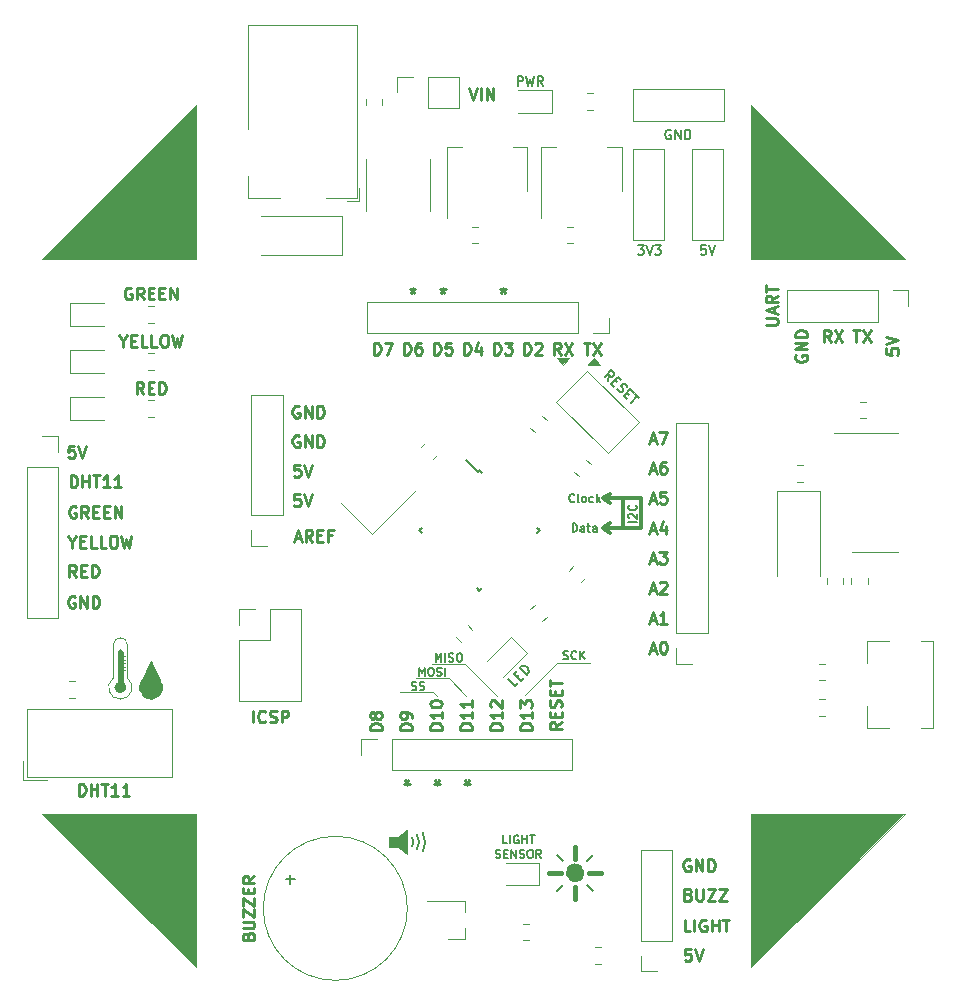
<source format=gbr>
%TF.GenerationSoftware,KiCad,Pcbnew,(5.1.6)-1*%
%TF.CreationDate,2020-10-25T22:56:54+03:00*%
%TF.ProjectId,modular-development-board,6d6f6475-6c61-4722-9d64-6576656c6f70,rev?*%
%TF.SameCoordinates,Original*%
%TF.FileFunction,Legend,Top*%
%TF.FilePolarity,Positive*%
%FSLAX46Y46*%
G04 Gerber Fmt 4.6, Leading zero omitted, Abs format (unit mm)*
G04 Created by KiCad (PCBNEW (5.1.6)-1) date 2020-10-25 22:56:54*
%MOMM*%
%LPD*%
G01*
G04 APERTURE LIST*
%ADD10C,0.100000*%
%ADD11C,1.300000*%
%ADD12C,0.120000*%
%ADD13C,0.200000*%
%ADD14C,0.600000*%
%ADD15C,0.400000*%
%ADD16C,1.000000*%
%ADD17C,0.175000*%
%ADD18C,0.300000*%
%ADD19C,0.250000*%
%ADD20C,0.150000*%
G04 APERTURE END LIST*
D10*
G36*
X44000000Y-88675000D02*
G01*
X42400000Y-88675000D01*
X43200000Y-87100000D01*
X44000000Y-88675000D01*
G37*
X44000000Y-88675000D02*
X42400000Y-88675000D01*
X43200000Y-87100000D01*
X44000000Y-88675000D01*
D11*
X43612311Y-89300000D02*
G75*
G03*
X43612311Y-89300000I-412311J0D01*
G01*
D12*
X40850000Y-86650000D02*
X41000000Y-86650000D01*
X40850000Y-87850000D02*
X41000000Y-87850000D01*
X40850000Y-87550000D02*
X41000000Y-87550000D01*
X40850000Y-87250000D02*
X41000000Y-87250000D01*
X40850000Y-86950000D02*
X41000000Y-86950000D01*
D13*
X40750000Y-86300000D02*
G75*
G03*
X40750000Y-86300000I-150000J0D01*
G01*
D10*
G36*
X40800000Y-88900000D02*
G01*
X40400000Y-88900000D01*
X40400000Y-86300000D01*
X40800000Y-86300000D01*
X40800000Y-88900000D01*
G37*
X40800000Y-88900000D02*
X40400000Y-88900000D01*
X40400000Y-86300000D01*
X40800000Y-86300000D01*
X40800000Y-88900000D01*
D14*
X40800000Y-89300000D02*
G75*
G03*
X40800000Y-89300000I-200000J0D01*
G01*
D12*
X41199999Y-88500000D02*
G75*
G02*
X40000000Y-88500001I-599999J-800000D01*
G01*
X41200000Y-85700000D02*
X41199999Y-88500000D01*
X40000000Y-85700000D02*
X40000000Y-88500001D01*
X40000000Y-85700000D02*
G75*
G02*
X41200000Y-85700000I600000J0D01*
G01*
D13*
X77600000Y-103500000D02*
X78100000Y-104000000D01*
X77600000Y-106500000D02*
X78100000Y-106000000D01*
X80600000Y-106500000D02*
X80100000Y-106000000D01*
X80100000Y-104000000D02*
X80600000Y-103500000D01*
D15*
X79100000Y-106200000D02*
X79100000Y-107200000D01*
X77900000Y-105000000D02*
X76900000Y-105000000D01*
X81300000Y-105000000D02*
X80300000Y-105000000D01*
X79100000Y-103800000D02*
X79100000Y-102800000D01*
D16*
X79400000Y-105000000D02*
G75*
G03*
X79400000Y-105000000I-300000J0D01*
G01*
D13*
X66199856Y-101599752D02*
G75*
G02*
X66200000Y-103200000I-1399855J-800250D01*
G01*
X65700417Y-101800556D02*
G75*
G02*
X65700000Y-103000000I-800417J-599444D01*
G01*
X65300210Y-102000420D02*
G75*
G02*
X65300000Y-102800000I-800210J-399580D01*
G01*
D10*
G36*
X64900000Y-103400000D02*
G01*
X64100000Y-102800000D01*
X63350000Y-102800000D01*
X63350000Y-102000000D01*
X64100000Y-102000000D01*
X64900000Y-101400000D01*
X64900000Y-103400000D01*
G37*
X64900000Y-103400000D02*
X64100000Y-102800000D01*
X63350000Y-102800000D01*
X63350000Y-102000000D01*
X64100000Y-102000000D01*
X64900000Y-101400000D01*
X64900000Y-103400000D01*
D13*
X74233333Y-38361904D02*
X74233333Y-37561904D01*
X74538095Y-37561904D01*
X74614285Y-37600000D01*
X74652380Y-37638095D01*
X74690476Y-37714285D01*
X74690476Y-37828571D01*
X74652380Y-37904761D01*
X74614285Y-37942857D01*
X74538095Y-37980952D01*
X74233333Y-37980952D01*
X74957142Y-37561904D02*
X75147619Y-38361904D01*
X75300000Y-37790476D01*
X75452380Y-38361904D01*
X75642857Y-37561904D01*
X76404761Y-38361904D02*
X76138095Y-37980952D01*
X75947619Y-38361904D02*
X75947619Y-37561904D01*
X76252380Y-37561904D01*
X76328571Y-37600000D01*
X76366666Y-37638095D01*
X76404761Y-37714285D01*
X76404761Y-37828571D01*
X76366666Y-37904761D01*
X76328571Y-37942857D01*
X76252380Y-37980952D01*
X75947619Y-37980952D01*
D17*
X78100000Y-86883333D02*
X78200000Y-86916666D01*
X78366666Y-86916666D01*
X78433333Y-86883333D01*
X78466666Y-86850000D01*
X78500000Y-86783333D01*
X78500000Y-86716666D01*
X78466666Y-86650000D01*
X78433333Y-86616666D01*
X78366666Y-86583333D01*
X78233333Y-86550000D01*
X78166666Y-86516666D01*
X78133333Y-86483333D01*
X78100000Y-86416666D01*
X78100000Y-86350000D01*
X78133333Y-86283333D01*
X78166666Y-86250000D01*
X78233333Y-86216666D01*
X78400000Y-86216666D01*
X78500000Y-86250000D01*
X79200000Y-86850000D02*
X79166666Y-86883333D01*
X79066666Y-86916666D01*
X79000000Y-86916666D01*
X78900000Y-86883333D01*
X78833333Y-86816666D01*
X78800000Y-86750000D01*
X78766666Y-86616666D01*
X78766666Y-86516666D01*
X78800000Y-86383333D01*
X78833333Y-86316666D01*
X78900000Y-86250000D01*
X79000000Y-86216666D01*
X79066666Y-86216666D01*
X79166666Y-86250000D01*
X79200000Y-86283333D01*
X79500000Y-86916666D02*
X79500000Y-86216666D01*
X79900000Y-86916666D02*
X79600000Y-86516666D01*
X79900000Y-86216666D02*
X79500000Y-86616666D01*
D12*
X80400000Y-87200000D02*
X77600000Y-87200000D01*
X77600000Y-87200000D02*
X74900000Y-89900000D01*
D18*
X82100000Y-75400000D02*
X81500000Y-75800000D01*
X82100000Y-76200000D02*
X81500000Y-75800000D01*
X82100000Y-73700000D02*
X81500000Y-73300000D01*
X82100000Y-72900000D02*
X81500000Y-73300000D01*
X84700000Y-75800000D02*
X84700000Y-73300000D01*
D17*
X78883333Y-76116666D02*
X78883333Y-75416666D01*
X79050000Y-75416666D01*
X79150000Y-75450000D01*
X79216666Y-75516666D01*
X79250000Y-75583333D01*
X79283333Y-75716666D01*
X79283333Y-75816666D01*
X79250000Y-75950000D01*
X79216666Y-76016666D01*
X79150000Y-76083333D01*
X79050000Y-76116666D01*
X78883333Y-76116666D01*
X79883333Y-76116666D02*
X79883333Y-75750000D01*
X79850000Y-75683333D01*
X79783333Y-75650000D01*
X79650000Y-75650000D01*
X79583333Y-75683333D01*
X79883333Y-76083333D02*
X79816666Y-76116666D01*
X79650000Y-76116666D01*
X79583333Y-76083333D01*
X79550000Y-76016666D01*
X79550000Y-75950000D01*
X79583333Y-75883333D01*
X79650000Y-75850000D01*
X79816666Y-75850000D01*
X79883333Y-75816666D01*
X80116666Y-75650000D02*
X80383333Y-75650000D01*
X80216666Y-75416666D02*
X80216666Y-76016666D01*
X80250000Y-76083333D01*
X80316666Y-76116666D01*
X80383333Y-76116666D01*
X80916666Y-76116666D02*
X80916666Y-75750000D01*
X80883333Y-75683333D01*
X80816666Y-75650000D01*
X80683333Y-75650000D01*
X80616666Y-75683333D01*
X80916666Y-76083333D02*
X80850000Y-76116666D01*
X80683333Y-76116666D01*
X80616666Y-76083333D01*
X80583333Y-76016666D01*
X80583333Y-75950000D01*
X80616666Y-75883333D01*
X80683333Y-75850000D01*
X80850000Y-75850000D01*
X80916666Y-75816666D01*
X79033333Y-73550000D02*
X79000000Y-73583333D01*
X78900000Y-73616666D01*
X78833333Y-73616666D01*
X78733333Y-73583333D01*
X78666666Y-73516666D01*
X78633333Y-73450000D01*
X78600000Y-73316666D01*
X78600000Y-73216666D01*
X78633333Y-73083333D01*
X78666666Y-73016666D01*
X78733333Y-72950000D01*
X78833333Y-72916666D01*
X78900000Y-72916666D01*
X79000000Y-72950000D01*
X79033333Y-72983333D01*
X79433333Y-73616666D02*
X79366666Y-73583333D01*
X79333333Y-73516666D01*
X79333333Y-72916666D01*
X79800000Y-73616666D02*
X79733333Y-73583333D01*
X79700000Y-73550000D01*
X79666666Y-73483333D01*
X79666666Y-73283333D01*
X79700000Y-73216666D01*
X79733333Y-73183333D01*
X79800000Y-73150000D01*
X79900000Y-73150000D01*
X79966666Y-73183333D01*
X80000000Y-73216666D01*
X80033333Y-73283333D01*
X80033333Y-73483333D01*
X80000000Y-73550000D01*
X79966666Y-73583333D01*
X79900000Y-73616666D01*
X79800000Y-73616666D01*
X80633333Y-73583333D02*
X80566666Y-73616666D01*
X80433333Y-73616666D01*
X80366666Y-73583333D01*
X80333333Y-73550000D01*
X80300000Y-73483333D01*
X80300000Y-73283333D01*
X80333333Y-73216666D01*
X80366666Y-73183333D01*
X80433333Y-73150000D01*
X80566666Y-73150000D01*
X80633333Y-73183333D01*
X80933333Y-73616666D02*
X80933333Y-72916666D01*
X81000000Y-73350000D02*
X81200000Y-73616666D01*
X81200000Y-73150000D02*
X80933333Y-73416666D01*
X84316666Y-75283333D02*
X83616666Y-75283333D01*
X83683333Y-74983333D02*
X83650000Y-74950000D01*
X83616666Y-74883333D01*
X83616666Y-74716666D01*
X83650000Y-74650000D01*
X83683333Y-74616666D01*
X83750000Y-74583333D01*
X83816666Y-74583333D01*
X83916666Y-74616666D01*
X84316666Y-75016666D01*
X84316666Y-74583333D01*
X84250000Y-73883333D02*
X84283333Y-73916666D01*
X84316666Y-74016666D01*
X84316666Y-74083333D01*
X84283333Y-74183333D01*
X84216666Y-74250000D01*
X84150000Y-74283333D01*
X84016666Y-74316666D01*
X83916666Y-74316666D01*
X83783333Y-74283333D01*
X83716666Y-74250000D01*
X83650000Y-74183333D01*
X83616666Y-74083333D01*
X83616666Y-74016666D01*
X83650000Y-73916666D01*
X83683333Y-73883333D01*
D18*
X83200000Y-75800000D02*
X81500000Y-75800000D01*
X83200000Y-73300000D02*
X81500000Y-73300000D01*
X83200000Y-73300000D02*
X84700000Y-73300000D01*
X83200000Y-75800000D02*
X83200000Y-73300000D01*
X84700000Y-75800000D02*
X83200000Y-75800000D01*
D10*
G36*
X78100000Y-62000000D02*
G01*
X77600000Y-61400000D01*
X78600000Y-61400000D01*
X78100000Y-62000000D01*
G37*
X78100000Y-62000000D02*
X77600000Y-61400000D01*
X78600000Y-61400000D01*
X78100000Y-62000000D01*
G36*
X81200000Y-62000000D02*
G01*
X80200000Y-62000000D01*
X80700000Y-61400000D01*
X81200000Y-62000000D01*
G37*
X81200000Y-62000000D02*
X80200000Y-62000000D01*
X80700000Y-61400000D01*
X81200000Y-62000000D01*
D17*
X65266666Y-89483333D02*
X65366666Y-89516666D01*
X65533333Y-89516666D01*
X65600000Y-89483333D01*
X65633333Y-89450000D01*
X65666666Y-89383333D01*
X65666666Y-89316666D01*
X65633333Y-89250000D01*
X65600000Y-89216666D01*
X65533333Y-89183333D01*
X65400000Y-89150000D01*
X65333333Y-89116666D01*
X65300000Y-89083333D01*
X65266666Y-89016666D01*
X65266666Y-88950000D01*
X65300000Y-88883333D01*
X65333333Y-88850000D01*
X65400000Y-88816666D01*
X65566666Y-88816666D01*
X65666666Y-88850000D01*
X65933333Y-89483333D02*
X66033333Y-89516666D01*
X66200000Y-89516666D01*
X66266666Y-89483333D01*
X66300000Y-89450000D01*
X66333333Y-89383333D01*
X66333333Y-89316666D01*
X66300000Y-89250000D01*
X66266666Y-89216666D01*
X66200000Y-89183333D01*
X66066666Y-89150000D01*
X66000000Y-89116666D01*
X65966666Y-89083333D01*
X65933333Y-89016666D01*
X65933333Y-88950000D01*
X65966666Y-88883333D01*
X66000000Y-88850000D01*
X66066666Y-88816666D01*
X66233333Y-88816666D01*
X66333333Y-88850000D01*
X65900000Y-88316666D02*
X65900000Y-87616666D01*
X66133333Y-88116666D01*
X66366666Y-87616666D01*
X66366666Y-88316666D01*
X66833333Y-87616666D02*
X66966666Y-87616666D01*
X67033333Y-87650000D01*
X67100000Y-87716666D01*
X67133333Y-87850000D01*
X67133333Y-88083333D01*
X67100000Y-88216666D01*
X67033333Y-88283333D01*
X66966666Y-88316666D01*
X66833333Y-88316666D01*
X66766666Y-88283333D01*
X66700000Y-88216666D01*
X66666666Y-88083333D01*
X66666666Y-87850000D01*
X66700000Y-87716666D01*
X66766666Y-87650000D01*
X66833333Y-87616666D01*
X67400000Y-88283333D02*
X67500000Y-88316666D01*
X67666666Y-88316666D01*
X67733333Y-88283333D01*
X67766666Y-88250000D01*
X67800000Y-88183333D01*
X67800000Y-88116666D01*
X67766666Y-88050000D01*
X67733333Y-88016666D01*
X67666666Y-87983333D01*
X67533333Y-87950000D01*
X67466666Y-87916666D01*
X67433333Y-87883333D01*
X67400000Y-87816666D01*
X67400000Y-87750000D01*
X67433333Y-87683333D01*
X67466666Y-87650000D01*
X67533333Y-87616666D01*
X67700000Y-87616666D01*
X67800000Y-87650000D01*
X68100000Y-88316666D02*
X68100000Y-87616666D01*
X67300000Y-87116666D02*
X67300000Y-86416666D01*
X67533333Y-86916666D01*
X67766666Y-86416666D01*
X67766666Y-87116666D01*
X68100000Y-87116666D02*
X68100000Y-86416666D01*
X68400000Y-87083333D02*
X68500000Y-87116666D01*
X68666666Y-87116666D01*
X68733333Y-87083333D01*
X68766666Y-87050000D01*
X68800000Y-86983333D01*
X68800000Y-86916666D01*
X68766666Y-86850000D01*
X68733333Y-86816666D01*
X68666666Y-86783333D01*
X68533333Y-86750000D01*
X68466666Y-86716666D01*
X68433333Y-86683333D01*
X68400000Y-86616666D01*
X68400000Y-86550000D01*
X68433333Y-86483333D01*
X68466666Y-86450000D01*
X68533333Y-86416666D01*
X68700000Y-86416666D01*
X68800000Y-86450000D01*
X69233333Y-86416666D02*
X69366666Y-86416666D01*
X69433333Y-86450000D01*
X69500000Y-86516666D01*
X69533333Y-86650000D01*
X69533333Y-86883333D01*
X69500000Y-87016666D01*
X69433333Y-87083333D01*
X69366666Y-87116666D01*
X69233333Y-87116666D01*
X69166666Y-87083333D01*
X69100000Y-87016666D01*
X69066666Y-86883333D01*
X69066666Y-86650000D01*
X69100000Y-86516666D01*
X69166666Y-86450000D01*
X69233333Y-86416666D01*
D12*
X67100000Y-89700000D02*
X64300000Y-89700000D01*
X67400000Y-90000000D02*
X67100000Y-89700000D01*
X68400000Y-88500000D02*
X65600000Y-88500000D01*
X69900000Y-90000000D02*
X68400000Y-88500000D01*
X69800000Y-87300000D02*
X67000000Y-87300000D01*
X72500000Y-90000000D02*
X69800000Y-87300000D01*
D19*
X65350000Y-55452380D02*
X65350000Y-55690476D01*
X65111904Y-55595238D02*
X65350000Y-55690476D01*
X65588095Y-55595238D01*
X65207142Y-55880952D02*
X65350000Y-55690476D01*
X65492857Y-55880952D01*
X67900000Y-55452380D02*
X67900000Y-55690476D01*
X67661904Y-55595238D02*
X67900000Y-55690476D01*
X68138095Y-55595238D01*
X67757142Y-55880952D02*
X67900000Y-55690476D01*
X68042857Y-55880952D01*
X73000000Y-55452380D02*
X73000000Y-55690476D01*
X72761904Y-55595238D02*
X73000000Y-55690476D01*
X73238095Y-55595238D01*
X72857142Y-55880952D02*
X73000000Y-55690476D01*
X73142857Y-55880952D01*
X69950000Y-97597619D02*
X69950000Y-97359523D01*
X70188095Y-97454761D02*
X69950000Y-97359523D01*
X69711904Y-97454761D01*
X70092857Y-97169047D02*
X69950000Y-97359523D01*
X69807142Y-97169047D01*
X67400000Y-97597619D02*
X67400000Y-97359523D01*
X67638095Y-97454761D02*
X67400000Y-97359523D01*
X67161904Y-97454761D01*
X67542857Y-97169047D02*
X67400000Y-97359523D01*
X67257142Y-97169047D01*
X64850000Y-97597619D02*
X64850000Y-97359523D01*
X65088095Y-97454761D02*
X64850000Y-97359523D01*
X64611904Y-97454761D01*
X64992857Y-97169047D02*
X64850000Y-97359523D01*
X64707142Y-97169047D01*
X70126361Y-38568380D02*
X70459695Y-39568380D01*
X70793028Y-38568380D01*
X71126361Y-39568380D02*
X71126361Y-38568380D01*
X71602552Y-39568380D02*
X71602552Y-38568380D01*
X72173980Y-39568380D01*
X72173980Y-38568380D01*
D10*
G36*
X47000000Y-113000000D02*
G01*
X34000000Y-100000000D01*
X47000000Y-100000000D01*
X47000000Y-113000000D01*
G37*
X47000000Y-113000000D02*
X34000000Y-100000000D01*
X47000000Y-100000000D01*
X47000000Y-113000000D01*
G36*
X94000000Y-113000000D02*
G01*
X94000000Y-100000000D01*
X107000000Y-100000000D01*
X94000000Y-113000000D01*
G37*
X94000000Y-113000000D02*
X94000000Y-100000000D01*
X107000000Y-100000000D01*
X94000000Y-113000000D01*
G36*
X107000000Y-53000000D02*
G01*
X94000000Y-53000000D01*
X94000000Y-40000000D01*
X107000000Y-53000000D01*
G37*
X107000000Y-53000000D02*
X94000000Y-53000000D01*
X94000000Y-40000000D01*
X107000000Y-53000000D01*
G36*
X47000000Y-53000000D02*
G01*
X34000000Y-53000000D01*
X47000000Y-40000000D01*
X47000000Y-53000000D01*
G37*
X47000000Y-53000000D02*
X34000000Y-53000000D01*
X47000000Y-40000000D01*
X47000000Y-53000000D01*
D19*
X36380952Y-72352380D02*
X36380952Y-71352380D01*
X36619047Y-71352380D01*
X36761904Y-71400000D01*
X36857142Y-71495238D01*
X36904761Y-71590476D01*
X36952380Y-71780952D01*
X36952380Y-71923809D01*
X36904761Y-72114285D01*
X36857142Y-72209523D01*
X36761904Y-72304761D01*
X36619047Y-72352380D01*
X36380952Y-72352380D01*
X37380952Y-72352380D02*
X37380952Y-71352380D01*
X37380952Y-71828571D02*
X37952380Y-71828571D01*
X37952380Y-72352380D02*
X37952380Y-71352380D01*
X38285714Y-71352380D02*
X38857142Y-71352380D01*
X38571428Y-72352380D02*
X38571428Y-71352380D01*
X39714285Y-72352380D02*
X39142857Y-72352380D01*
X39428571Y-72352380D02*
X39428571Y-71352380D01*
X39333333Y-71495238D01*
X39238095Y-71590476D01*
X39142857Y-71638095D01*
X40666666Y-72352380D02*
X40095238Y-72352380D01*
X40380952Y-72352380D02*
X40380952Y-71352380D01*
X40285714Y-71495238D01*
X40190476Y-71590476D01*
X40095238Y-71638095D01*
X36833333Y-74000000D02*
X36738095Y-73952380D01*
X36595238Y-73952380D01*
X36452380Y-74000000D01*
X36357142Y-74095238D01*
X36309523Y-74190476D01*
X36261904Y-74380952D01*
X36261904Y-74523809D01*
X36309523Y-74714285D01*
X36357142Y-74809523D01*
X36452380Y-74904761D01*
X36595238Y-74952380D01*
X36690476Y-74952380D01*
X36833333Y-74904761D01*
X36880952Y-74857142D01*
X36880952Y-74523809D01*
X36690476Y-74523809D01*
X37880952Y-74952380D02*
X37547619Y-74476190D01*
X37309523Y-74952380D02*
X37309523Y-73952380D01*
X37690476Y-73952380D01*
X37785714Y-74000000D01*
X37833333Y-74047619D01*
X37880952Y-74142857D01*
X37880952Y-74285714D01*
X37833333Y-74380952D01*
X37785714Y-74428571D01*
X37690476Y-74476190D01*
X37309523Y-74476190D01*
X38309523Y-74428571D02*
X38642857Y-74428571D01*
X38785714Y-74952380D02*
X38309523Y-74952380D01*
X38309523Y-73952380D01*
X38785714Y-73952380D01*
X39214285Y-74428571D02*
X39547619Y-74428571D01*
X39690476Y-74952380D02*
X39214285Y-74952380D01*
X39214285Y-73952380D01*
X39690476Y-73952380D01*
X40119047Y-74952380D02*
X40119047Y-73952380D01*
X40690476Y-74952380D01*
X40690476Y-73952380D01*
X36542857Y-76976190D02*
X36542857Y-77452380D01*
X36209523Y-76452380D02*
X36542857Y-76976190D01*
X36876190Y-76452380D01*
X37209523Y-76928571D02*
X37542857Y-76928571D01*
X37685714Y-77452380D02*
X37209523Y-77452380D01*
X37209523Y-76452380D01*
X37685714Y-76452380D01*
X38590476Y-77452380D02*
X38114285Y-77452380D01*
X38114285Y-76452380D01*
X39400000Y-77452380D02*
X38923809Y-77452380D01*
X38923809Y-76452380D01*
X39923809Y-76452380D02*
X40114285Y-76452380D01*
X40209523Y-76500000D01*
X40304761Y-76595238D01*
X40352380Y-76785714D01*
X40352380Y-77119047D01*
X40304761Y-77309523D01*
X40209523Y-77404761D01*
X40114285Y-77452380D01*
X39923809Y-77452380D01*
X39828571Y-77404761D01*
X39733333Y-77309523D01*
X39685714Y-77119047D01*
X39685714Y-76785714D01*
X39733333Y-76595238D01*
X39828571Y-76500000D01*
X39923809Y-76452380D01*
X40685714Y-76452380D02*
X40923809Y-77452380D01*
X41114285Y-76738095D01*
X41304761Y-77452380D01*
X41542857Y-76452380D01*
X36857142Y-79952380D02*
X36523809Y-79476190D01*
X36285714Y-79952380D02*
X36285714Y-78952380D01*
X36666666Y-78952380D01*
X36761904Y-79000000D01*
X36809523Y-79047619D01*
X36857142Y-79142857D01*
X36857142Y-79285714D01*
X36809523Y-79380952D01*
X36761904Y-79428571D01*
X36666666Y-79476190D01*
X36285714Y-79476190D01*
X37285714Y-79428571D02*
X37619047Y-79428571D01*
X37761904Y-79952380D02*
X37285714Y-79952380D01*
X37285714Y-78952380D01*
X37761904Y-78952380D01*
X38190476Y-79952380D02*
X38190476Y-78952380D01*
X38428571Y-78952380D01*
X38571428Y-79000000D01*
X38666666Y-79095238D01*
X38714285Y-79190476D01*
X38761904Y-79380952D01*
X38761904Y-79523809D01*
X38714285Y-79714285D01*
X38666666Y-79809523D01*
X38571428Y-79904761D01*
X38428571Y-79952380D01*
X38190476Y-79952380D01*
X36738095Y-81600000D02*
X36642857Y-81552380D01*
X36500000Y-81552380D01*
X36357142Y-81600000D01*
X36261904Y-81695238D01*
X36214285Y-81790476D01*
X36166666Y-81980952D01*
X36166666Y-82123809D01*
X36214285Y-82314285D01*
X36261904Y-82409523D01*
X36357142Y-82504761D01*
X36500000Y-82552380D01*
X36595238Y-82552380D01*
X36738095Y-82504761D01*
X36785714Y-82457142D01*
X36785714Y-82123809D01*
X36595238Y-82123809D01*
X37214285Y-82552380D02*
X37214285Y-81552380D01*
X37785714Y-82552380D01*
X37785714Y-81552380D01*
X38261904Y-82552380D02*
X38261904Y-81552380D01*
X38500000Y-81552380D01*
X38642857Y-81600000D01*
X38738095Y-81695238D01*
X38785714Y-81790476D01*
X38833333Y-81980952D01*
X38833333Y-82123809D01*
X38785714Y-82314285D01*
X38738095Y-82409523D01*
X38642857Y-82504761D01*
X38500000Y-82552380D01*
X38261904Y-82552380D01*
X36709523Y-68852380D02*
X36233333Y-68852380D01*
X36185714Y-69328571D01*
X36233333Y-69280952D01*
X36328571Y-69233333D01*
X36566666Y-69233333D01*
X36661904Y-69280952D01*
X36709523Y-69328571D01*
X36757142Y-69423809D01*
X36757142Y-69661904D01*
X36709523Y-69757142D01*
X36661904Y-69804761D01*
X36566666Y-69852380D01*
X36328571Y-69852380D01*
X36233333Y-69804761D01*
X36185714Y-69757142D01*
X37042857Y-68852380D02*
X37376190Y-69852380D01*
X37709523Y-68852380D01*
X88909523Y-111452380D02*
X88433333Y-111452380D01*
X88385714Y-111928571D01*
X88433333Y-111880952D01*
X88528571Y-111833333D01*
X88766666Y-111833333D01*
X88861904Y-111880952D01*
X88909523Y-111928571D01*
X88957142Y-112023809D01*
X88957142Y-112261904D01*
X88909523Y-112357142D01*
X88861904Y-112404761D01*
X88766666Y-112452380D01*
X88528571Y-112452380D01*
X88433333Y-112404761D01*
X88385714Y-112357142D01*
X89242857Y-111452380D02*
X89576190Y-112452380D01*
X89909523Y-111452380D01*
X88866666Y-109952380D02*
X88390476Y-109952380D01*
X88390476Y-108952380D01*
X89200000Y-109952380D02*
X89200000Y-108952380D01*
X90200000Y-109000000D02*
X90104761Y-108952380D01*
X89961904Y-108952380D01*
X89819047Y-109000000D01*
X89723809Y-109095238D01*
X89676190Y-109190476D01*
X89628571Y-109380952D01*
X89628571Y-109523809D01*
X89676190Y-109714285D01*
X89723809Y-109809523D01*
X89819047Y-109904761D01*
X89961904Y-109952380D01*
X90057142Y-109952380D01*
X90200000Y-109904761D01*
X90247619Y-109857142D01*
X90247619Y-109523809D01*
X90057142Y-109523809D01*
X90676190Y-109952380D02*
X90676190Y-108952380D01*
X90676190Y-109428571D02*
X91247619Y-109428571D01*
X91247619Y-109952380D02*
X91247619Y-108952380D01*
X91580952Y-108952380D02*
X92152380Y-108952380D01*
X91866666Y-109952380D02*
X91866666Y-108952380D01*
X88695238Y-106828571D02*
X88838095Y-106876190D01*
X88885714Y-106923809D01*
X88933333Y-107019047D01*
X88933333Y-107161904D01*
X88885714Y-107257142D01*
X88838095Y-107304761D01*
X88742857Y-107352380D01*
X88361904Y-107352380D01*
X88361904Y-106352380D01*
X88695238Y-106352380D01*
X88790476Y-106400000D01*
X88838095Y-106447619D01*
X88885714Y-106542857D01*
X88885714Y-106638095D01*
X88838095Y-106733333D01*
X88790476Y-106780952D01*
X88695238Y-106828571D01*
X88361904Y-106828571D01*
X89361904Y-106352380D02*
X89361904Y-107161904D01*
X89409523Y-107257142D01*
X89457142Y-107304761D01*
X89552380Y-107352380D01*
X89742857Y-107352380D01*
X89838095Y-107304761D01*
X89885714Y-107257142D01*
X89933333Y-107161904D01*
X89933333Y-106352380D01*
X90314285Y-106352380D02*
X90980952Y-106352380D01*
X90314285Y-107352380D01*
X90980952Y-107352380D01*
X91266666Y-106352380D02*
X91933333Y-106352380D01*
X91266666Y-107352380D01*
X91933333Y-107352380D01*
X88838095Y-103900000D02*
X88742857Y-103852380D01*
X88600000Y-103852380D01*
X88457142Y-103900000D01*
X88361904Y-103995238D01*
X88314285Y-104090476D01*
X88266666Y-104280952D01*
X88266666Y-104423809D01*
X88314285Y-104614285D01*
X88361904Y-104709523D01*
X88457142Y-104804761D01*
X88600000Y-104852380D01*
X88695238Y-104852380D01*
X88838095Y-104804761D01*
X88885714Y-104757142D01*
X88885714Y-104423809D01*
X88695238Y-104423809D01*
X89314285Y-104852380D02*
X89314285Y-103852380D01*
X89885714Y-104852380D01*
X89885714Y-103852380D01*
X90361904Y-104852380D02*
X90361904Y-103852380D01*
X90600000Y-103852380D01*
X90742857Y-103900000D01*
X90838095Y-103995238D01*
X90885714Y-104090476D01*
X90933333Y-104280952D01*
X90933333Y-104423809D01*
X90885714Y-104614285D01*
X90838095Y-104709523D01*
X90742857Y-104804761D01*
X90600000Y-104852380D01*
X90361904Y-104852380D01*
D17*
X73366666Y-102504166D02*
X73033333Y-102504166D01*
X73033333Y-101804166D01*
X73600000Y-102504166D02*
X73600000Y-101804166D01*
X74300000Y-101837500D02*
X74233333Y-101804166D01*
X74133333Y-101804166D01*
X74033333Y-101837500D01*
X73966666Y-101904166D01*
X73933333Y-101970833D01*
X73900000Y-102104166D01*
X73900000Y-102204166D01*
X73933333Y-102337500D01*
X73966666Y-102404166D01*
X74033333Y-102470833D01*
X74133333Y-102504166D01*
X74200000Y-102504166D01*
X74300000Y-102470833D01*
X74333333Y-102437500D01*
X74333333Y-102204166D01*
X74200000Y-102204166D01*
X74633333Y-102504166D02*
X74633333Y-101804166D01*
X74633333Y-102137500D02*
X75033333Y-102137500D01*
X75033333Y-102504166D02*
X75033333Y-101804166D01*
X75266666Y-101804166D02*
X75666666Y-101804166D01*
X75466666Y-102504166D02*
X75466666Y-101804166D01*
X72366666Y-103695833D02*
X72466666Y-103729166D01*
X72633333Y-103729166D01*
X72700000Y-103695833D01*
X72733333Y-103662500D01*
X72766666Y-103595833D01*
X72766666Y-103529166D01*
X72733333Y-103462500D01*
X72700000Y-103429166D01*
X72633333Y-103395833D01*
X72500000Y-103362500D01*
X72433333Y-103329166D01*
X72400000Y-103295833D01*
X72366666Y-103229166D01*
X72366666Y-103162500D01*
X72400000Y-103095833D01*
X72433333Y-103062500D01*
X72500000Y-103029166D01*
X72666666Y-103029166D01*
X72766666Y-103062500D01*
X73066666Y-103362500D02*
X73300000Y-103362500D01*
X73400000Y-103729166D02*
X73066666Y-103729166D01*
X73066666Y-103029166D01*
X73400000Y-103029166D01*
X73700000Y-103729166D02*
X73700000Y-103029166D01*
X74100000Y-103729166D01*
X74100000Y-103029166D01*
X74400000Y-103695833D02*
X74500000Y-103729166D01*
X74666666Y-103729166D01*
X74733333Y-103695833D01*
X74766666Y-103662500D01*
X74800000Y-103595833D01*
X74800000Y-103529166D01*
X74766666Y-103462500D01*
X74733333Y-103429166D01*
X74666666Y-103395833D01*
X74533333Y-103362500D01*
X74466666Y-103329166D01*
X74433333Y-103295833D01*
X74400000Y-103229166D01*
X74400000Y-103162500D01*
X74433333Y-103095833D01*
X74466666Y-103062500D01*
X74533333Y-103029166D01*
X74700000Y-103029166D01*
X74800000Y-103062500D01*
X75233333Y-103029166D02*
X75366666Y-103029166D01*
X75433333Y-103062500D01*
X75500000Y-103129166D01*
X75533333Y-103262500D01*
X75533333Y-103495833D01*
X75500000Y-103629166D01*
X75433333Y-103695833D01*
X75366666Y-103729166D01*
X75233333Y-103729166D01*
X75166666Y-103695833D01*
X75100000Y-103629166D01*
X75066666Y-103495833D01*
X75066666Y-103262500D01*
X75100000Y-103129166D01*
X75166666Y-103062500D01*
X75233333Y-103029166D01*
X76233333Y-103729166D02*
X76000000Y-103395833D01*
X75833333Y-103729166D02*
X75833333Y-103029166D01*
X76100000Y-103029166D01*
X76166666Y-103062500D01*
X76200000Y-103095833D01*
X76233333Y-103162500D01*
X76233333Y-103262500D01*
X76200000Y-103329166D01*
X76166666Y-103362500D01*
X76100000Y-103395833D01*
X75833333Y-103395833D01*
D19*
X51428571Y-110357142D02*
X51476190Y-110214285D01*
X51523809Y-110166666D01*
X51619047Y-110119047D01*
X51761904Y-110119047D01*
X51857142Y-110166666D01*
X51904761Y-110214285D01*
X51952380Y-110309523D01*
X51952380Y-110690476D01*
X50952380Y-110690476D01*
X50952380Y-110357142D01*
X51000000Y-110261904D01*
X51047619Y-110214285D01*
X51142857Y-110166666D01*
X51238095Y-110166666D01*
X51333333Y-110214285D01*
X51380952Y-110261904D01*
X51428571Y-110357142D01*
X51428571Y-110690476D01*
X50952380Y-109690476D02*
X51761904Y-109690476D01*
X51857142Y-109642857D01*
X51904761Y-109595238D01*
X51952380Y-109500000D01*
X51952380Y-109309523D01*
X51904761Y-109214285D01*
X51857142Y-109166666D01*
X51761904Y-109119047D01*
X50952380Y-109119047D01*
X50952380Y-108738095D02*
X50952380Y-108071428D01*
X51952380Y-108738095D01*
X51952380Y-108071428D01*
X50952380Y-107785714D02*
X50952380Y-107119047D01*
X51952380Y-107785714D01*
X51952380Y-107119047D01*
X51428571Y-106738095D02*
X51428571Y-106404761D01*
X51952380Y-106261904D02*
X51952380Y-106738095D01*
X50952380Y-106738095D01*
X50952380Y-106261904D01*
X51952380Y-105261904D02*
X51476190Y-105595238D01*
X51952380Y-105833333D02*
X50952380Y-105833333D01*
X50952380Y-105452380D01*
X51000000Y-105357142D01*
X51047619Y-105309523D01*
X51142857Y-105261904D01*
X51285714Y-105261904D01*
X51380952Y-105309523D01*
X51428571Y-105357142D01*
X51476190Y-105452380D01*
X51476190Y-105833333D01*
X51823809Y-92252380D02*
X51823809Y-91252380D01*
X52871428Y-92157142D02*
X52823809Y-92204761D01*
X52680952Y-92252380D01*
X52585714Y-92252380D01*
X52442857Y-92204761D01*
X52347619Y-92109523D01*
X52300000Y-92014285D01*
X52252380Y-91823809D01*
X52252380Y-91680952D01*
X52300000Y-91490476D01*
X52347619Y-91395238D01*
X52442857Y-91300000D01*
X52585714Y-91252380D01*
X52680952Y-91252380D01*
X52823809Y-91300000D01*
X52871428Y-91347619D01*
X53252380Y-92204761D02*
X53395238Y-92252380D01*
X53633333Y-92252380D01*
X53728571Y-92204761D01*
X53776190Y-92157142D01*
X53823809Y-92061904D01*
X53823809Y-91966666D01*
X53776190Y-91871428D01*
X53728571Y-91823809D01*
X53633333Y-91776190D01*
X53442857Y-91728571D01*
X53347619Y-91680952D01*
X53300000Y-91633333D01*
X53252380Y-91538095D01*
X53252380Y-91442857D01*
X53300000Y-91347619D01*
X53347619Y-91300000D01*
X53442857Y-91252380D01*
X53680952Y-91252380D01*
X53823809Y-91300000D01*
X54252380Y-92252380D02*
X54252380Y-91252380D01*
X54633333Y-91252380D01*
X54728571Y-91300000D01*
X54776190Y-91347619D01*
X54823809Y-91442857D01*
X54823809Y-91585714D01*
X54776190Y-91680952D01*
X54728571Y-91728571D01*
X54633333Y-91776190D01*
X54252380Y-91776190D01*
X77952380Y-92252380D02*
X77476190Y-92585714D01*
X77952380Y-92823809D02*
X76952380Y-92823809D01*
X76952380Y-92442857D01*
X77000000Y-92347619D01*
X77047619Y-92300000D01*
X77142857Y-92252380D01*
X77285714Y-92252380D01*
X77380952Y-92300000D01*
X77428571Y-92347619D01*
X77476190Y-92442857D01*
X77476190Y-92823809D01*
X77428571Y-91823809D02*
X77428571Y-91490476D01*
X77952380Y-91347619D02*
X77952380Y-91823809D01*
X76952380Y-91823809D01*
X76952380Y-91347619D01*
X77904761Y-90966666D02*
X77952380Y-90823809D01*
X77952380Y-90585714D01*
X77904761Y-90490476D01*
X77857142Y-90442857D01*
X77761904Y-90395238D01*
X77666666Y-90395238D01*
X77571428Y-90442857D01*
X77523809Y-90490476D01*
X77476190Y-90585714D01*
X77428571Y-90776190D01*
X77380952Y-90871428D01*
X77333333Y-90919047D01*
X77238095Y-90966666D01*
X77142857Y-90966666D01*
X77047619Y-90919047D01*
X77000000Y-90871428D01*
X76952380Y-90776190D01*
X76952380Y-90538095D01*
X77000000Y-90395238D01*
X77428571Y-89966666D02*
X77428571Y-89633333D01*
X77952380Y-89490476D02*
X77952380Y-89966666D01*
X76952380Y-89966666D01*
X76952380Y-89490476D01*
X76952380Y-89204761D02*
X76952380Y-88633333D01*
X77952380Y-88919047D02*
X76952380Y-88919047D01*
X65292380Y-92898095D02*
X64292380Y-92898095D01*
X64292380Y-92660000D01*
X64340000Y-92517142D01*
X64435238Y-92421904D01*
X64530476Y-92374285D01*
X64720952Y-92326666D01*
X64863809Y-92326666D01*
X65054285Y-92374285D01*
X65149523Y-92421904D01*
X65244761Y-92517142D01*
X65292380Y-92660000D01*
X65292380Y-92898095D01*
X65292380Y-91850476D02*
X65292380Y-91660000D01*
X65244761Y-91564761D01*
X65197142Y-91517142D01*
X65054285Y-91421904D01*
X64863809Y-91374285D01*
X64482857Y-91374285D01*
X64387619Y-91421904D01*
X64340000Y-91469523D01*
X64292380Y-91564761D01*
X64292380Y-91755238D01*
X64340000Y-91850476D01*
X64387619Y-91898095D01*
X64482857Y-91945714D01*
X64720952Y-91945714D01*
X64816190Y-91898095D01*
X64863809Y-91850476D01*
X64911428Y-91755238D01*
X64911428Y-91564761D01*
X64863809Y-91469523D01*
X64816190Y-91421904D01*
X64720952Y-91374285D01*
X62752380Y-92898095D02*
X61752380Y-92898095D01*
X61752380Y-92660000D01*
X61800000Y-92517142D01*
X61895238Y-92421904D01*
X61990476Y-92374285D01*
X62180952Y-92326666D01*
X62323809Y-92326666D01*
X62514285Y-92374285D01*
X62609523Y-92421904D01*
X62704761Y-92517142D01*
X62752380Y-92660000D01*
X62752380Y-92898095D01*
X62180952Y-91755238D02*
X62133333Y-91850476D01*
X62085714Y-91898095D01*
X61990476Y-91945714D01*
X61942857Y-91945714D01*
X61847619Y-91898095D01*
X61800000Y-91850476D01*
X61752380Y-91755238D01*
X61752380Y-91564761D01*
X61800000Y-91469523D01*
X61847619Y-91421904D01*
X61942857Y-91374285D01*
X61990476Y-91374285D01*
X62085714Y-91421904D01*
X62133333Y-91469523D01*
X62180952Y-91564761D01*
X62180952Y-91755238D01*
X62228571Y-91850476D01*
X62276190Y-91898095D01*
X62371428Y-91945714D01*
X62561904Y-91945714D01*
X62657142Y-91898095D01*
X62704761Y-91850476D01*
X62752380Y-91755238D01*
X62752380Y-91564761D01*
X62704761Y-91469523D01*
X62657142Y-91421904D01*
X62561904Y-91374285D01*
X62371428Y-91374285D01*
X62276190Y-91421904D01*
X62228571Y-91469523D01*
X62180952Y-91564761D01*
X75452380Y-92874285D02*
X74452380Y-92874285D01*
X74452380Y-92636190D01*
X74500000Y-92493333D01*
X74595238Y-92398095D01*
X74690476Y-92350476D01*
X74880952Y-92302857D01*
X75023809Y-92302857D01*
X75214285Y-92350476D01*
X75309523Y-92398095D01*
X75404761Y-92493333D01*
X75452380Y-92636190D01*
X75452380Y-92874285D01*
X75452380Y-91350476D02*
X75452380Y-91921904D01*
X75452380Y-91636190D02*
X74452380Y-91636190D01*
X74595238Y-91731428D01*
X74690476Y-91826666D01*
X74738095Y-91921904D01*
X74452380Y-91017142D02*
X74452380Y-90398095D01*
X74833333Y-90731428D01*
X74833333Y-90588571D01*
X74880952Y-90493333D01*
X74928571Y-90445714D01*
X75023809Y-90398095D01*
X75261904Y-90398095D01*
X75357142Y-90445714D01*
X75404761Y-90493333D01*
X75452380Y-90588571D01*
X75452380Y-90874285D01*
X75404761Y-90969523D01*
X75357142Y-91017142D01*
X67832380Y-92874285D02*
X66832380Y-92874285D01*
X66832380Y-92636190D01*
X66880000Y-92493333D01*
X66975238Y-92398095D01*
X67070476Y-92350476D01*
X67260952Y-92302857D01*
X67403809Y-92302857D01*
X67594285Y-92350476D01*
X67689523Y-92398095D01*
X67784761Y-92493333D01*
X67832380Y-92636190D01*
X67832380Y-92874285D01*
X67832380Y-91350476D02*
X67832380Y-91921904D01*
X67832380Y-91636190D02*
X66832380Y-91636190D01*
X66975238Y-91731428D01*
X67070476Y-91826666D01*
X67118095Y-91921904D01*
X66832380Y-90731428D02*
X66832380Y-90636190D01*
X66880000Y-90540952D01*
X66927619Y-90493333D01*
X67022857Y-90445714D01*
X67213333Y-90398095D01*
X67451428Y-90398095D01*
X67641904Y-90445714D01*
X67737142Y-90493333D01*
X67784761Y-90540952D01*
X67832380Y-90636190D01*
X67832380Y-90731428D01*
X67784761Y-90826666D01*
X67737142Y-90874285D01*
X67641904Y-90921904D01*
X67451428Y-90969523D01*
X67213333Y-90969523D01*
X67022857Y-90921904D01*
X66927619Y-90874285D01*
X66880000Y-90826666D01*
X66832380Y-90731428D01*
X72912380Y-92874285D02*
X71912380Y-92874285D01*
X71912380Y-92636190D01*
X71960000Y-92493333D01*
X72055238Y-92398095D01*
X72150476Y-92350476D01*
X72340952Y-92302857D01*
X72483809Y-92302857D01*
X72674285Y-92350476D01*
X72769523Y-92398095D01*
X72864761Y-92493333D01*
X72912380Y-92636190D01*
X72912380Y-92874285D01*
X72912380Y-91350476D02*
X72912380Y-91921904D01*
X72912380Y-91636190D02*
X71912380Y-91636190D01*
X72055238Y-91731428D01*
X72150476Y-91826666D01*
X72198095Y-91921904D01*
X72007619Y-90969523D02*
X71960000Y-90921904D01*
X71912380Y-90826666D01*
X71912380Y-90588571D01*
X71960000Y-90493333D01*
X72007619Y-90445714D01*
X72102857Y-90398095D01*
X72198095Y-90398095D01*
X72340952Y-90445714D01*
X72912380Y-91017142D01*
X72912380Y-90398095D01*
X70372380Y-92874285D02*
X69372380Y-92874285D01*
X69372380Y-92636190D01*
X69420000Y-92493333D01*
X69515238Y-92398095D01*
X69610476Y-92350476D01*
X69800952Y-92302857D01*
X69943809Y-92302857D01*
X70134285Y-92350476D01*
X70229523Y-92398095D01*
X70324761Y-92493333D01*
X70372380Y-92636190D01*
X70372380Y-92874285D01*
X70372380Y-91350476D02*
X70372380Y-91921904D01*
X70372380Y-91636190D02*
X69372380Y-91636190D01*
X69515238Y-91731428D01*
X69610476Y-91826666D01*
X69658095Y-91921904D01*
X70372380Y-90398095D02*
X70372380Y-90969523D01*
X70372380Y-90683809D02*
X69372380Y-90683809D01*
X69515238Y-90779047D01*
X69610476Y-90874285D01*
X69658095Y-90969523D01*
X55380952Y-76666666D02*
X55857142Y-76666666D01*
X55285714Y-76952380D02*
X55619047Y-75952380D01*
X55952380Y-76952380D01*
X56857142Y-76952380D02*
X56523809Y-76476190D01*
X56285714Y-76952380D02*
X56285714Y-75952380D01*
X56666666Y-75952380D01*
X56761904Y-76000000D01*
X56809523Y-76047619D01*
X56857142Y-76142857D01*
X56857142Y-76285714D01*
X56809523Y-76380952D01*
X56761904Y-76428571D01*
X56666666Y-76476190D01*
X56285714Y-76476190D01*
X57285714Y-76428571D02*
X57619047Y-76428571D01*
X57761904Y-76952380D02*
X57285714Y-76952380D01*
X57285714Y-75952380D01*
X57761904Y-75952380D01*
X58523809Y-76428571D02*
X58190476Y-76428571D01*
X58190476Y-76952380D02*
X58190476Y-75952380D01*
X58666666Y-75952380D01*
X55809523Y-72952380D02*
X55333333Y-72952380D01*
X55285714Y-73428571D01*
X55333333Y-73380952D01*
X55428571Y-73333333D01*
X55666666Y-73333333D01*
X55761904Y-73380952D01*
X55809523Y-73428571D01*
X55857142Y-73523809D01*
X55857142Y-73761904D01*
X55809523Y-73857142D01*
X55761904Y-73904761D01*
X55666666Y-73952380D01*
X55428571Y-73952380D01*
X55333333Y-73904761D01*
X55285714Y-73857142D01*
X56142857Y-72952380D02*
X56476190Y-73952380D01*
X56809523Y-72952380D01*
X55809523Y-70452380D02*
X55333333Y-70452380D01*
X55285714Y-70928571D01*
X55333333Y-70880952D01*
X55428571Y-70833333D01*
X55666666Y-70833333D01*
X55761904Y-70880952D01*
X55809523Y-70928571D01*
X55857142Y-71023809D01*
X55857142Y-71261904D01*
X55809523Y-71357142D01*
X55761904Y-71404761D01*
X55666666Y-71452380D01*
X55428571Y-71452380D01*
X55333333Y-71404761D01*
X55285714Y-71357142D01*
X56142857Y-70452380D02*
X56476190Y-71452380D01*
X56809523Y-70452380D01*
X55738095Y-68000000D02*
X55642857Y-67952380D01*
X55500000Y-67952380D01*
X55357142Y-68000000D01*
X55261904Y-68095238D01*
X55214285Y-68190476D01*
X55166666Y-68380952D01*
X55166666Y-68523809D01*
X55214285Y-68714285D01*
X55261904Y-68809523D01*
X55357142Y-68904761D01*
X55500000Y-68952380D01*
X55595238Y-68952380D01*
X55738095Y-68904761D01*
X55785714Y-68857142D01*
X55785714Y-68523809D01*
X55595238Y-68523809D01*
X56214285Y-68952380D02*
X56214285Y-67952380D01*
X56785714Y-68952380D01*
X56785714Y-67952380D01*
X57261904Y-68952380D02*
X57261904Y-67952380D01*
X57500000Y-67952380D01*
X57642857Y-68000000D01*
X57738095Y-68095238D01*
X57785714Y-68190476D01*
X57833333Y-68380952D01*
X57833333Y-68523809D01*
X57785714Y-68714285D01*
X57738095Y-68809523D01*
X57642857Y-68904761D01*
X57500000Y-68952380D01*
X57261904Y-68952380D01*
X55738095Y-65500000D02*
X55642857Y-65452380D01*
X55500000Y-65452380D01*
X55357142Y-65500000D01*
X55261904Y-65595238D01*
X55214285Y-65690476D01*
X55166666Y-65880952D01*
X55166666Y-66023809D01*
X55214285Y-66214285D01*
X55261904Y-66309523D01*
X55357142Y-66404761D01*
X55500000Y-66452380D01*
X55595238Y-66452380D01*
X55738095Y-66404761D01*
X55785714Y-66357142D01*
X55785714Y-66023809D01*
X55595238Y-66023809D01*
X56214285Y-66452380D02*
X56214285Y-65452380D01*
X56785714Y-66452380D01*
X56785714Y-65452380D01*
X57261904Y-66452380D02*
X57261904Y-65452380D01*
X57500000Y-65452380D01*
X57642857Y-65500000D01*
X57738095Y-65595238D01*
X57785714Y-65690476D01*
X57833333Y-65880952D01*
X57833333Y-66023809D01*
X57785714Y-66214285D01*
X57738095Y-66309523D01*
X57642857Y-66404761D01*
X57500000Y-66452380D01*
X57261904Y-66452380D01*
X95252380Y-58595238D02*
X96061904Y-58595238D01*
X96157142Y-58547619D01*
X96204761Y-58500000D01*
X96252380Y-58404761D01*
X96252380Y-58214285D01*
X96204761Y-58119047D01*
X96157142Y-58071428D01*
X96061904Y-58023809D01*
X95252380Y-58023809D01*
X95966666Y-57595238D02*
X95966666Y-57119047D01*
X96252380Y-57690476D02*
X95252380Y-57357142D01*
X96252380Y-57023809D01*
X96252380Y-56119047D02*
X95776190Y-56452380D01*
X96252380Y-56690476D02*
X95252380Y-56690476D01*
X95252380Y-56309523D01*
X95300000Y-56214285D01*
X95347619Y-56166666D01*
X95442857Y-56119047D01*
X95585714Y-56119047D01*
X95680952Y-56166666D01*
X95728571Y-56214285D01*
X95776190Y-56309523D01*
X95776190Y-56690476D01*
X95252380Y-55833333D02*
X95252380Y-55261904D01*
X96252380Y-55547619D02*
X95252380Y-55547619D01*
X97800000Y-61161904D02*
X97752380Y-61257142D01*
X97752380Y-61400000D01*
X97800000Y-61542857D01*
X97895238Y-61638095D01*
X97990476Y-61685714D01*
X98180952Y-61733333D01*
X98323809Y-61733333D01*
X98514285Y-61685714D01*
X98609523Y-61638095D01*
X98704761Y-61542857D01*
X98752380Y-61400000D01*
X98752380Y-61304761D01*
X98704761Y-61161904D01*
X98657142Y-61114285D01*
X98323809Y-61114285D01*
X98323809Y-61304761D01*
X98752380Y-60685714D02*
X97752380Y-60685714D01*
X98752380Y-60114285D01*
X97752380Y-60114285D01*
X98752380Y-59638095D02*
X97752380Y-59638095D01*
X97752380Y-59400000D01*
X97800000Y-59257142D01*
X97895238Y-59161904D01*
X97990476Y-59114285D01*
X98180952Y-59066666D01*
X98323809Y-59066666D01*
X98514285Y-59114285D01*
X98609523Y-59161904D01*
X98704761Y-59257142D01*
X98752380Y-59400000D01*
X98752380Y-59638095D01*
X100733333Y-60052380D02*
X100400000Y-59576190D01*
X100161904Y-60052380D02*
X100161904Y-59052380D01*
X100542857Y-59052380D01*
X100638095Y-59100000D01*
X100685714Y-59147619D01*
X100733333Y-59242857D01*
X100733333Y-59385714D01*
X100685714Y-59480952D01*
X100638095Y-59528571D01*
X100542857Y-59576190D01*
X100161904Y-59576190D01*
X101066666Y-59052380D02*
X101733333Y-60052380D01*
X101733333Y-59052380D02*
X101066666Y-60052380D01*
X102638095Y-59052380D02*
X103209523Y-59052380D01*
X102923809Y-60052380D02*
X102923809Y-59052380D01*
X103447619Y-59052380D02*
X104114285Y-60052380D01*
X104114285Y-59052380D02*
X103447619Y-60052380D01*
X105452380Y-60590476D02*
X105452380Y-61066666D01*
X105928571Y-61114285D01*
X105880952Y-61066666D01*
X105833333Y-60971428D01*
X105833333Y-60733333D01*
X105880952Y-60638095D01*
X105928571Y-60590476D01*
X106023809Y-60542857D01*
X106261904Y-60542857D01*
X106357142Y-60590476D01*
X106404761Y-60638095D01*
X106452380Y-60733333D01*
X106452380Y-60971428D01*
X106404761Y-61066666D01*
X106357142Y-61114285D01*
X105452380Y-60257142D02*
X106452380Y-59923809D01*
X105452380Y-59590476D01*
D13*
X87195276Y-42100000D02*
X87119085Y-42061904D01*
X87004800Y-42061904D01*
X86890514Y-42100000D01*
X86814323Y-42176190D01*
X86776228Y-42252380D01*
X86738133Y-42404761D01*
X86738133Y-42519047D01*
X86776228Y-42671428D01*
X86814323Y-42747619D01*
X86890514Y-42823809D01*
X87004800Y-42861904D01*
X87080990Y-42861904D01*
X87195276Y-42823809D01*
X87233371Y-42785714D01*
X87233371Y-42519047D01*
X87080990Y-42519047D01*
X87576228Y-42861904D02*
X87576228Y-42061904D01*
X88033371Y-42861904D01*
X88033371Y-42061904D01*
X88414323Y-42861904D02*
X88414323Y-42061904D01*
X88604800Y-42061904D01*
X88719085Y-42100000D01*
X88795276Y-42176190D01*
X88833371Y-42252380D01*
X88871466Y-42404761D01*
X88871466Y-42519047D01*
X88833371Y-42671428D01*
X88795276Y-42747619D01*
X88719085Y-42823809D01*
X88604800Y-42861904D01*
X88414323Y-42861904D01*
X90152419Y-51861904D02*
X89771466Y-51861904D01*
X89733371Y-52242857D01*
X89771466Y-52204761D01*
X89847657Y-52166666D01*
X90038133Y-52166666D01*
X90114323Y-52204761D01*
X90152419Y-52242857D01*
X90190514Y-52319047D01*
X90190514Y-52509523D01*
X90152419Y-52585714D01*
X90114323Y-52623809D01*
X90038133Y-52661904D01*
X89847657Y-52661904D01*
X89771466Y-52623809D01*
X89733371Y-52585714D01*
X90419085Y-51861904D02*
X90685752Y-52661904D01*
X90952419Y-51861904D01*
X84414323Y-51861904D02*
X84909561Y-51861904D01*
X84642895Y-52166666D01*
X84757180Y-52166666D01*
X84833371Y-52204761D01*
X84871466Y-52242857D01*
X84909561Y-52319047D01*
X84909561Y-52509523D01*
X84871466Y-52585714D01*
X84833371Y-52623809D01*
X84757180Y-52661904D01*
X84528609Y-52661904D01*
X84452419Y-52623809D01*
X84414323Y-52585714D01*
X85138133Y-51861904D02*
X85404800Y-52661904D01*
X85671466Y-51861904D01*
X85861942Y-51861904D02*
X86357180Y-51861904D01*
X86090514Y-52166666D01*
X86204800Y-52166666D01*
X86280990Y-52204761D01*
X86319085Y-52242857D01*
X86357180Y-52319047D01*
X86357180Y-52509523D01*
X86319085Y-52585714D01*
X86280990Y-52623809D01*
X86204800Y-52661904D01*
X85976228Y-52661904D01*
X85900038Y-52623809D01*
X85861942Y-52585714D01*
D19*
X42557142Y-64452380D02*
X42223809Y-63976190D01*
X41985714Y-64452380D02*
X41985714Y-63452380D01*
X42366666Y-63452380D01*
X42461904Y-63500000D01*
X42509523Y-63547619D01*
X42557142Y-63642857D01*
X42557142Y-63785714D01*
X42509523Y-63880952D01*
X42461904Y-63928571D01*
X42366666Y-63976190D01*
X41985714Y-63976190D01*
X42985714Y-63928571D02*
X43319047Y-63928571D01*
X43461904Y-64452380D02*
X42985714Y-64452380D01*
X42985714Y-63452380D01*
X43461904Y-63452380D01*
X43890476Y-64452380D02*
X43890476Y-63452380D01*
X44128571Y-63452380D01*
X44271428Y-63500000D01*
X44366666Y-63595238D01*
X44414285Y-63690476D01*
X44461904Y-63880952D01*
X44461904Y-64023809D01*
X44414285Y-64214285D01*
X44366666Y-64309523D01*
X44271428Y-64404761D01*
X44128571Y-64452380D01*
X43890476Y-64452380D01*
X40842857Y-59976190D02*
X40842857Y-60452380D01*
X40509523Y-59452380D02*
X40842857Y-59976190D01*
X41176190Y-59452380D01*
X41509523Y-59928571D02*
X41842857Y-59928571D01*
X41985714Y-60452380D02*
X41509523Y-60452380D01*
X41509523Y-59452380D01*
X41985714Y-59452380D01*
X42890476Y-60452380D02*
X42414285Y-60452380D01*
X42414285Y-59452380D01*
X43700000Y-60452380D02*
X43223809Y-60452380D01*
X43223809Y-59452380D01*
X44223809Y-59452380D02*
X44414285Y-59452380D01*
X44509523Y-59500000D01*
X44604761Y-59595238D01*
X44652380Y-59785714D01*
X44652380Y-60119047D01*
X44604761Y-60309523D01*
X44509523Y-60404761D01*
X44414285Y-60452380D01*
X44223809Y-60452380D01*
X44128571Y-60404761D01*
X44033333Y-60309523D01*
X43985714Y-60119047D01*
X43985714Y-59785714D01*
X44033333Y-59595238D01*
X44128571Y-59500000D01*
X44223809Y-59452380D01*
X44985714Y-59452380D02*
X45223809Y-60452380D01*
X45414285Y-59738095D01*
X45604761Y-60452380D01*
X45842857Y-59452380D01*
X41533333Y-55500000D02*
X41438095Y-55452380D01*
X41295238Y-55452380D01*
X41152380Y-55500000D01*
X41057142Y-55595238D01*
X41009523Y-55690476D01*
X40961904Y-55880952D01*
X40961904Y-56023809D01*
X41009523Y-56214285D01*
X41057142Y-56309523D01*
X41152380Y-56404761D01*
X41295238Y-56452380D01*
X41390476Y-56452380D01*
X41533333Y-56404761D01*
X41580952Y-56357142D01*
X41580952Y-56023809D01*
X41390476Y-56023809D01*
X42580952Y-56452380D02*
X42247619Y-55976190D01*
X42009523Y-56452380D02*
X42009523Y-55452380D01*
X42390476Y-55452380D01*
X42485714Y-55500000D01*
X42533333Y-55547619D01*
X42580952Y-55642857D01*
X42580952Y-55785714D01*
X42533333Y-55880952D01*
X42485714Y-55928571D01*
X42390476Y-55976190D01*
X42009523Y-55976190D01*
X43009523Y-55928571D02*
X43342857Y-55928571D01*
X43485714Y-56452380D02*
X43009523Y-56452380D01*
X43009523Y-55452380D01*
X43485714Y-55452380D01*
X43914285Y-55928571D02*
X44247619Y-55928571D01*
X44390476Y-56452380D02*
X43914285Y-56452380D01*
X43914285Y-55452380D01*
X44390476Y-55452380D01*
X44819047Y-56452380D02*
X44819047Y-55452380D01*
X45390476Y-56452380D01*
X45390476Y-55452380D01*
X37080952Y-98452380D02*
X37080952Y-97452380D01*
X37319047Y-97452380D01*
X37461904Y-97500000D01*
X37557142Y-97595238D01*
X37604761Y-97690476D01*
X37652380Y-97880952D01*
X37652380Y-98023809D01*
X37604761Y-98214285D01*
X37557142Y-98309523D01*
X37461904Y-98404761D01*
X37319047Y-98452380D01*
X37080952Y-98452380D01*
X38080952Y-98452380D02*
X38080952Y-97452380D01*
X38080952Y-97928571D02*
X38652380Y-97928571D01*
X38652380Y-98452380D02*
X38652380Y-97452380D01*
X38985714Y-97452380D02*
X39557142Y-97452380D01*
X39271428Y-98452380D02*
X39271428Y-97452380D01*
X40414285Y-98452380D02*
X39842857Y-98452380D01*
X40128571Y-98452380D02*
X40128571Y-97452380D01*
X40033333Y-97595238D01*
X39938095Y-97690476D01*
X39842857Y-97738095D01*
X41366666Y-98452380D02*
X40795238Y-98452380D01*
X41080952Y-98452380D02*
X41080952Y-97452380D01*
X40985714Y-97595238D01*
X40890476Y-97690476D01*
X40795238Y-97738095D01*
D13*
X81922503Y-63334314D02*
X82003316Y-62876378D01*
X81599255Y-63011065D02*
X82164940Y-62445380D01*
X82380439Y-62660879D01*
X82407377Y-62741691D01*
X82407377Y-62795566D01*
X82380439Y-62876378D01*
X82299627Y-62957190D01*
X82218815Y-62984128D01*
X82164940Y-62984128D01*
X82084128Y-62957190D01*
X81868629Y-62741691D01*
X82461251Y-63280439D02*
X82649813Y-63469001D01*
X82434314Y-63846125D02*
X82164940Y-63576751D01*
X82730625Y-63011065D01*
X83000000Y-63280439D01*
X82676751Y-64034687D02*
X82730625Y-64142436D01*
X82865312Y-64277123D01*
X82946125Y-64304061D01*
X83000000Y-64304061D01*
X83080812Y-64277123D01*
X83134687Y-64223248D01*
X83161624Y-64142436D01*
X83161624Y-64088561D01*
X83134687Y-64007749D01*
X83053874Y-63873062D01*
X83026937Y-63792250D01*
X83026937Y-63738375D01*
X83053874Y-63657563D01*
X83107749Y-63603688D01*
X83188561Y-63576751D01*
X83242436Y-63576751D01*
X83323248Y-63603688D01*
X83457935Y-63738375D01*
X83511810Y-63846125D01*
X83511810Y-64330998D02*
X83700372Y-64519560D01*
X83484873Y-64896683D02*
X83215499Y-64627309D01*
X83781184Y-64061624D01*
X84050558Y-64330998D01*
X84212183Y-64492622D02*
X84535431Y-64815871D01*
X83808122Y-65219932D02*
X84373807Y-64654247D01*
X74292250Y-88919560D02*
X74022876Y-89188934D01*
X73457190Y-88623248D01*
X74184500Y-88434687D02*
X74373062Y-88246125D01*
X74750186Y-88461624D02*
X74480812Y-88730998D01*
X73915126Y-88165312D01*
X74184500Y-87895938D01*
X74992622Y-88219187D02*
X74426937Y-87653502D01*
X74561624Y-87518815D01*
X74669374Y-87464940D01*
X74777123Y-87464940D01*
X74857935Y-87491877D01*
X74992622Y-87572690D01*
X75073435Y-87653502D01*
X75154247Y-87788189D01*
X75181184Y-87869001D01*
X75181184Y-87976751D01*
X75127309Y-88084500D01*
X74992622Y-88219187D01*
D19*
X85425714Y-70906666D02*
X85901904Y-70906666D01*
X85330476Y-71192380D02*
X85663809Y-70192380D01*
X85997142Y-71192380D01*
X86759047Y-70192380D02*
X86568571Y-70192380D01*
X86473333Y-70240000D01*
X86425714Y-70287619D01*
X86330476Y-70430476D01*
X86282857Y-70620952D01*
X86282857Y-71001904D01*
X86330476Y-71097142D01*
X86378095Y-71144761D01*
X86473333Y-71192380D01*
X86663809Y-71192380D01*
X86759047Y-71144761D01*
X86806666Y-71097142D01*
X86854285Y-71001904D01*
X86854285Y-70763809D01*
X86806666Y-70668571D01*
X86759047Y-70620952D01*
X86663809Y-70573333D01*
X86473333Y-70573333D01*
X86378095Y-70620952D01*
X86330476Y-70668571D01*
X86282857Y-70763809D01*
X85425714Y-68366666D02*
X85901904Y-68366666D01*
X85330476Y-68652380D02*
X85663809Y-67652380D01*
X85997142Y-68652380D01*
X86235238Y-67652380D02*
X86901904Y-67652380D01*
X86473333Y-68652380D01*
X85425714Y-81066666D02*
X85901904Y-81066666D01*
X85330476Y-81352380D02*
X85663809Y-80352380D01*
X85997142Y-81352380D01*
X86282857Y-80447619D02*
X86330476Y-80400000D01*
X86425714Y-80352380D01*
X86663809Y-80352380D01*
X86759047Y-80400000D01*
X86806666Y-80447619D01*
X86854285Y-80542857D01*
X86854285Y-80638095D01*
X86806666Y-80780952D01*
X86235238Y-81352380D01*
X86854285Y-81352380D01*
X85425714Y-73446666D02*
X85901904Y-73446666D01*
X85330476Y-73732380D02*
X85663809Y-72732380D01*
X85997142Y-73732380D01*
X86806666Y-72732380D02*
X86330476Y-72732380D01*
X86282857Y-73208571D01*
X86330476Y-73160952D01*
X86425714Y-73113333D01*
X86663809Y-73113333D01*
X86759047Y-73160952D01*
X86806666Y-73208571D01*
X86854285Y-73303809D01*
X86854285Y-73541904D01*
X86806666Y-73637142D01*
X86759047Y-73684761D01*
X86663809Y-73732380D01*
X86425714Y-73732380D01*
X86330476Y-73684761D01*
X86282857Y-73637142D01*
X85425714Y-86146666D02*
X85901904Y-86146666D01*
X85330476Y-86432380D02*
X85663809Y-85432380D01*
X85997142Y-86432380D01*
X86520952Y-85432380D02*
X86616190Y-85432380D01*
X86711428Y-85480000D01*
X86759047Y-85527619D01*
X86806666Y-85622857D01*
X86854285Y-85813333D01*
X86854285Y-86051428D01*
X86806666Y-86241904D01*
X86759047Y-86337142D01*
X86711428Y-86384761D01*
X86616190Y-86432380D01*
X86520952Y-86432380D01*
X86425714Y-86384761D01*
X86378095Y-86337142D01*
X86330476Y-86241904D01*
X86282857Y-86051428D01*
X86282857Y-85813333D01*
X86330476Y-85622857D01*
X86378095Y-85527619D01*
X86425714Y-85480000D01*
X86520952Y-85432380D01*
X85425714Y-78526666D02*
X85901904Y-78526666D01*
X85330476Y-78812380D02*
X85663809Y-77812380D01*
X85997142Y-78812380D01*
X86235238Y-77812380D02*
X86854285Y-77812380D01*
X86520952Y-78193333D01*
X86663809Y-78193333D01*
X86759047Y-78240952D01*
X86806666Y-78288571D01*
X86854285Y-78383809D01*
X86854285Y-78621904D01*
X86806666Y-78717142D01*
X86759047Y-78764761D01*
X86663809Y-78812380D01*
X86378095Y-78812380D01*
X86282857Y-78764761D01*
X86235238Y-78717142D01*
X85425714Y-83606666D02*
X85901904Y-83606666D01*
X85330476Y-83892380D02*
X85663809Y-82892380D01*
X85997142Y-83892380D01*
X86854285Y-83892380D02*
X86282857Y-83892380D01*
X86568571Y-83892380D02*
X86568571Y-82892380D01*
X86473333Y-83035238D01*
X86378095Y-83130476D01*
X86282857Y-83178095D01*
X85425714Y-75986666D02*
X85901904Y-75986666D01*
X85330476Y-76272380D02*
X85663809Y-75272380D01*
X85997142Y-76272380D01*
X86759047Y-75605714D02*
X86759047Y-76272380D01*
X86520952Y-75224761D02*
X86282857Y-75939047D01*
X86901904Y-75939047D01*
X62061904Y-61112380D02*
X62061904Y-60112380D01*
X62300000Y-60112380D01*
X62442857Y-60160000D01*
X62538095Y-60255238D01*
X62585714Y-60350476D01*
X62633333Y-60540952D01*
X62633333Y-60683809D01*
X62585714Y-60874285D01*
X62538095Y-60969523D01*
X62442857Y-61064761D01*
X62300000Y-61112380D01*
X62061904Y-61112380D01*
X62966666Y-60112380D02*
X63633333Y-60112380D01*
X63204761Y-61112380D01*
X64601904Y-61112380D02*
X64601904Y-60112380D01*
X64840000Y-60112380D01*
X64982857Y-60160000D01*
X65078095Y-60255238D01*
X65125714Y-60350476D01*
X65173333Y-60540952D01*
X65173333Y-60683809D01*
X65125714Y-60874285D01*
X65078095Y-60969523D01*
X64982857Y-61064761D01*
X64840000Y-61112380D01*
X64601904Y-61112380D01*
X66030476Y-60112380D02*
X65840000Y-60112380D01*
X65744761Y-60160000D01*
X65697142Y-60207619D01*
X65601904Y-60350476D01*
X65554285Y-60540952D01*
X65554285Y-60921904D01*
X65601904Y-61017142D01*
X65649523Y-61064761D01*
X65744761Y-61112380D01*
X65935238Y-61112380D01*
X66030476Y-61064761D01*
X66078095Y-61017142D01*
X66125714Y-60921904D01*
X66125714Y-60683809D01*
X66078095Y-60588571D01*
X66030476Y-60540952D01*
X65935238Y-60493333D01*
X65744761Y-60493333D01*
X65649523Y-60540952D01*
X65601904Y-60588571D01*
X65554285Y-60683809D01*
X67141904Y-61112380D02*
X67141904Y-60112380D01*
X67380000Y-60112380D01*
X67522857Y-60160000D01*
X67618095Y-60255238D01*
X67665714Y-60350476D01*
X67713333Y-60540952D01*
X67713333Y-60683809D01*
X67665714Y-60874285D01*
X67618095Y-60969523D01*
X67522857Y-61064761D01*
X67380000Y-61112380D01*
X67141904Y-61112380D01*
X68618095Y-60112380D02*
X68141904Y-60112380D01*
X68094285Y-60588571D01*
X68141904Y-60540952D01*
X68237142Y-60493333D01*
X68475238Y-60493333D01*
X68570476Y-60540952D01*
X68618095Y-60588571D01*
X68665714Y-60683809D01*
X68665714Y-60921904D01*
X68618095Y-61017142D01*
X68570476Y-61064761D01*
X68475238Y-61112380D01*
X68237142Y-61112380D01*
X68141904Y-61064761D01*
X68094285Y-61017142D01*
X69681904Y-61112380D02*
X69681904Y-60112380D01*
X69920000Y-60112380D01*
X70062857Y-60160000D01*
X70158095Y-60255238D01*
X70205714Y-60350476D01*
X70253333Y-60540952D01*
X70253333Y-60683809D01*
X70205714Y-60874285D01*
X70158095Y-60969523D01*
X70062857Y-61064761D01*
X69920000Y-61112380D01*
X69681904Y-61112380D01*
X71110476Y-60445714D02*
X71110476Y-61112380D01*
X70872380Y-60064761D02*
X70634285Y-60779047D01*
X71253333Y-60779047D01*
X72221904Y-61112380D02*
X72221904Y-60112380D01*
X72460000Y-60112380D01*
X72602857Y-60160000D01*
X72698095Y-60255238D01*
X72745714Y-60350476D01*
X72793333Y-60540952D01*
X72793333Y-60683809D01*
X72745714Y-60874285D01*
X72698095Y-60969523D01*
X72602857Y-61064761D01*
X72460000Y-61112380D01*
X72221904Y-61112380D01*
X73126666Y-60112380D02*
X73745714Y-60112380D01*
X73412380Y-60493333D01*
X73555238Y-60493333D01*
X73650476Y-60540952D01*
X73698095Y-60588571D01*
X73745714Y-60683809D01*
X73745714Y-60921904D01*
X73698095Y-61017142D01*
X73650476Y-61064761D01*
X73555238Y-61112380D01*
X73269523Y-61112380D01*
X73174285Y-61064761D01*
X73126666Y-61017142D01*
X74761904Y-61112380D02*
X74761904Y-60112380D01*
X75000000Y-60112380D01*
X75142857Y-60160000D01*
X75238095Y-60255238D01*
X75285714Y-60350476D01*
X75333333Y-60540952D01*
X75333333Y-60683809D01*
X75285714Y-60874285D01*
X75238095Y-60969523D01*
X75142857Y-61064761D01*
X75000000Y-61112380D01*
X74761904Y-61112380D01*
X75714285Y-60207619D02*
X75761904Y-60160000D01*
X75857142Y-60112380D01*
X76095238Y-60112380D01*
X76190476Y-60160000D01*
X76238095Y-60207619D01*
X76285714Y-60302857D01*
X76285714Y-60398095D01*
X76238095Y-60540952D01*
X75666666Y-61112380D01*
X76285714Y-61112380D01*
X77873333Y-61112380D02*
X77540000Y-60636190D01*
X77301904Y-61112380D02*
X77301904Y-60112380D01*
X77682857Y-60112380D01*
X77778095Y-60160000D01*
X77825714Y-60207619D01*
X77873333Y-60302857D01*
X77873333Y-60445714D01*
X77825714Y-60540952D01*
X77778095Y-60588571D01*
X77682857Y-60636190D01*
X77301904Y-60636190D01*
X78206666Y-60112380D02*
X78873333Y-61112380D01*
X78873333Y-60112380D02*
X78206666Y-61112380D01*
X79818095Y-60112380D02*
X80389523Y-60112380D01*
X80103809Y-61112380D02*
X80103809Y-60112380D01*
X80627619Y-60112380D02*
X81294285Y-61112380D01*
X81294285Y-60112380D02*
X80627619Y-61112380D01*
D12*
%TO.C,U3*%
X83070400Y-43547200D02*
X81810400Y-43547200D01*
X76250400Y-43547200D02*
X77510400Y-43547200D01*
X83070400Y-47307200D02*
X83070400Y-43547200D01*
X76250400Y-49557200D02*
X76250400Y-43547200D01*
%TO.C,J3*%
X83984000Y-43670000D02*
X86634800Y-43670000D01*
X86634800Y-43670000D02*
X86634800Y-46270000D01*
X86634800Y-46270000D02*
X86634800Y-51410000D01*
X83974800Y-51410000D02*
X86634800Y-51410000D01*
X83974800Y-43679200D02*
X83974800Y-51410000D01*
%TO.C,J2*%
X88958600Y-43679200D02*
X88974800Y-51410000D01*
X88974800Y-51410000D02*
X91634800Y-51410000D01*
X91634800Y-46270000D02*
X91634800Y-51410000D01*
X91634800Y-43670000D02*
X91634800Y-46270000D01*
X88958600Y-43670000D02*
X91634800Y-43670000D01*
%TO.C,J4*%
X83974800Y-41320800D02*
X83974800Y-38670000D01*
X83974800Y-38670000D02*
X86574800Y-38670000D01*
X86574800Y-38670000D02*
X91714800Y-38670000D01*
X91714800Y-41330000D02*
X91714800Y-38670000D01*
X83984000Y-41330000D02*
X91714800Y-41330000D01*
%TO.C,U5*%
X32400000Y-97160000D02*
X32400000Y-95550000D01*
X32400000Y-97160000D02*
X34400000Y-97160000D01*
X44940000Y-96880000D02*
X32690000Y-96880000D01*
X44940000Y-91120000D02*
X44940000Y-96880000D01*
X32680000Y-91120000D02*
X44940000Y-91120000D01*
X32680000Y-96870000D02*
X32680000Y-91130000D01*
%TO.C,BZ1*%
X64900000Y-108000000D02*
G75*
G03*
X64900000Y-108000000I-6100000J0D01*
G01*
%TO.C,C1*%
X78588437Y-79407471D02*
X78957903Y-79038005D01*
X79592529Y-80411563D02*
X79961995Y-80042097D01*
%TO.C,C2*%
X67042097Y-69961995D02*
X67411563Y-69592529D01*
X66038005Y-68957903D02*
X66407471Y-68588437D01*
%TO.C,C3*%
X76686779Y-66682687D02*
X76317313Y-66313221D01*
X75682687Y-67686779D02*
X75313221Y-67317313D01*
%TO.C,C4*%
X75313221Y-82682687D02*
X75682687Y-82313221D01*
X76317313Y-83686779D02*
X76686779Y-83317313D01*
%TO.C,C5*%
X62787600Y-39977852D02*
X62787600Y-39455348D01*
X61367600Y-39977852D02*
X61367600Y-39455348D01*
%TO.C,C6*%
X70921652Y-51710000D02*
X70399148Y-51710000D01*
X70921652Y-50290000D02*
X70399148Y-50290000D01*
%TO.C,C7*%
X78921652Y-50290000D02*
X78399148Y-50290000D01*
X78921652Y-51710000D02*
X78399148Y-51710000D01*
%TO.C,C8*%
X98436252Y-71910000D02*
X97913748Y-71910000D01*
X98436252Y-70490000D02*
X97913748Y-70490000D01*
%TO.C,C9*%
X103213748Y-66510000D02*
X103736252Y-66510000D01*
X103213748Y-65090000D02*
X103736252Y-65090000D01*
%TO.C,C10*%
X102490000Y-80013748D02*
X102490000Y-80536252D01*
X103910000Y-80013748D02*
X103910000Y-80536252D01*
%TO.C,C11*%
X101810000Y-80013748D02*
X101810000Y-80536252D01*
X100390000Y-80013748D02*
X100390000Y-80536252D01*
%TO.C,D1*%
X59400000Y-52650000D02*
X52500000Y-52650000D01*
X59400000Y-49350000D02*
X52500000Y-49350000D01*
X59400000Y-52650000D02*
X59400000Y-49350000D01*
%TO.C,D2*%
X73636396Y-85005959D02*
X71614071Y-87028284D01*
X74994041Y-86363604D02*
X73636396Y-85005959D01*
X72971716Y-88385929D02*
X74994041Y-86363604D01*
%TO.C,D3*%
X77145600Y-38714800D02*
X74285600Y-38714800D01*
X77145600Y-40634800D02*
X77145600Y-38714800D01*
X74285600Y-40634800D02*
X77145600Y-40634800D01*
%TO.C,D4*%
X36315000Y-58660000D02*
X39175000Y-58660000D01*
X36315000Y-56740000D02*
X36315000Y-58660000D01*
X39175000Y-56740000D02*
X36315000Y-56740000D01*
%TO.C,D5*%
X39175000Y-60740000D02*
X36315000Y-60740000D01*
X36315000Y-60740000D02*
X36315000Y-62660000D01*
X36315000Y-62660000D02*
X39175000Y-62660000D01*
%TO.C,D6*%
X39175000Y-64740000D02*
X36315000Y-64740000D01*
X36315000Y-64740000D02*
X36315000Y-66660000D01*
X36315000Y-66660000D02*
X39175000Y-66660000D01*
%TO.C,F1*%
X61439600Y-44532248D02*
X61439600Y-48939752D01*
X66779600Y-44532248D02*
X66779600Y-48939752D01*
%TO.C,J1*%
X60600000Y-47900000D02*
X58000000Y-47900000D01*
X60600000Y-33200000D02*
X60600000Y-47900000D01*
X51400000Y-47900000D02*
X51400000Y-46000000D01*
X54100000Y-47900000D02*
X51400000Y-47900000D01*
X51400000Y-33200000D02*
X60600000Y-33200000D01*
X51400000Y-42000000D02*
X51400000Y-33200000D01*
X60800000Y-47050000D02*
X60800000Y-48100000D01*
X59750000Y-48100000D02*
X60800000Y-48100000D01*
%TO.C,J5*%
X81950000Y-58000000D02*
X81950000Y-59330000D01*
X81950000Y-59330000D02*
X80620000Y-59330000D01*
X79350000Y-59330000D02*
X61510000Y-59330000D01*
X61510000Y-56670000D02*
X61510000Y-59330000D01*
X79350000Y-56670000D02*
X61510000Y-56670000D01*
X79350000Y-56670000D02*
X79350000Y-59330000D01*
%TO.C,J6*%
X60970000Y-95000000D02*
X60970000Y-93670000D01*
X60970000Y-93670000D02*
X62300000Y-93670000D01*
X63570000Y-93670000D02*
X78870000Y-93670000D01*
X78870000Y-96330000D02*
X78870000Y-93670000D01*
X63570000Y-96330000D02*
X78870000Y-96330000D01*
X63570000Y-96330000D02*
X63570000Y-93670000D01*
%TO.C,J7*%
X90330000Y-84730000D02*
X87670000Y-84730000D01*
X90330000Y-84730000D02*
X90330000Y-66890000D01*
X90330000Y-66890000D02*
X87670000Y-66890000D01*
X87670000Y-84730000D02*
X87670000Y-66890000D01*
X87670000Y-87330000D02*
X87670000Y-86000000D01*
X89000000Y-87330000D02*
X87670000Y-87330000D01*
%TO.C,J8*%
X53000000Y-77330000D02*
X51670000Y-77330000D01*
X51670000Y-77330000D02*
X51670000Y-76000000D01*
X51670000Y-74730000D02*
X51670000Y-64510000D01*
X54330000Y-64510000D02*
X51670000Y-64510000D01*
X54330000Y-74730000D02*
X54330000Y-64510000D01*
X54330000Y-74730000D02*
X51670000Y-74730000D01*
%TO.C,J9*%
X50670000Y-82670000D02*
X52000000Y-82670000D01*
X50670000Y-84000000D02*
X50670000Y-82670000D01*
X53270000Y-82670000D02*
X55870000Y-82670000D01*
X53270000Y-85270000D02*
X53270000Y-82670000D01*
X50670000Y-85270000D02*
X53270000Y-85270000D01*
X55870000Y-82670000D02*
X55870000Y-90410000D01*
X50670000Y-85270000D02*
X50670000Y-90410000D01*
X50670000Y-90410000D02*
X55870000Y-90410000D01*
%TO.C,J10*%
X34000000Y-68050000D02*
X35330000Y-68050000D01*
X35330000Y-68050000D02*
X35330000Y-69380000D01*
X35330000Y-70650000D02*
X35330000Y-83410000D01*
X32670000Y-83410000D02*
X35330000Y-83410000D01*
X32670000Y-70650000D02*
X32670000Y-83410000D01*
X32670000Y-70650000D02*
X35330000Y-70650000D01*
%TO.C,J11*%
X86000000Y-113330000D02*
X84670000Y-113330000D01*
X84670000Y-113330000D02*
X84670000Y-112000000D01*
X84670000Y-110730000D02*
X84670000Y-103050000D01*
X87330000Y-103050000D02*
X84670000Y-103050000D01*
X87330000Y-110730000D02*
X87330000Y-103050000D01*
X87330000Y-110730000D02*
X84670000Y-110730000D01*
%TO.C,Q1*%
X76085000Y-104140000D02*
X73225000Y-104140000D01*
X76085000Y-106060000D02*
X76085000Y-104140000D01*
X73225000Y-106060000D02*
X76085000Y-106060000D01*
%TO.C,Q2*%
X69760000Y-110580000D02*
X68300000Y-110580000D01*
X69760000Y-107420000D02*
X66600000Y-107420000D01*
X69760000Y-107420000D02*
X69760000Y-108350000D01*
X69760000Y-110580000D02*
X69760000Y-109650000D01*
%TO.C,R1*%
X70411563Y-84407471D02*
X70042097Y-84038005D01*
X69407471Y-85411563D02*
X69038005Y-85042097D01*
%TO.C,R2*%
X80042097Y-70038005D02*
X80411563Y-70407471D01*
X79038005Y-71042097D02*
X79407471Y-71411563D01*
%TO.C,R3*%
X80626852Y-38964800D02*
X80104348Y-38964800D01*
X80626852Y-40384800D02*
X80104348Y-40384800D01*
%TO.C,R4*%
X99713748Y-87290000D02*
X100236252Y-87290000D01*
X99713748Y-88710000D02*
X100236252Y-88710000D01*
%TO.C,R5*%
X99713748Y-90290000D02*
X100236252Y-90290000D01*
X99713748Y-91710000D02*
X100236252Y-91710000D01*
%TO.C,R6*%
X81286252Y-111290000D02*
X80763748Y-111290000D01*
X81286252Y-112710000D02*
X80763748Y-112710000D01*
%TO.C,R7*%
X42938748Y-58410000D02*
X43461252Y-58410000D01*
X42938748Y-56990000D02*
X43461252Y-56990000D01*
%TO.C,R8*%
X42913748Y-60990000D02*
X43436252Y-60990000D01*
X42913748Y-62410000D02*
X43436252Y-62410000D01*
%TO.C,R9*%
X42913748Y-66410000D02*
X43436252Y-66410000D01*
X42913748Y-64990000D02*
X43436252Y-64990000D01*
%TO.C,R10*%
X74713748Y-109290000D02*
X75236252Y-109290000D01*
X74713748Y-110710000D02*
X75236252Y-110710000D01*
%TO.C,R11*%
X36213748Y-90210000D02*
X36736252Y-90210000D01*
X36213748Y-88790000D02*
X36736252Y-88790000D01*
%TO.C,SW1*%
X84471894Y-66855599D02*
X81855599Y-69471894D01*
X80144401Y-62528106D02*
X84471894Y-66855599D01*
X77528106Y-65144401D02*
X80144401Y-62528106D01*
X81855599Y-69471894D02*
X77528106Y-65144401D01*
D20*
%TO.C,U1*%
X70840901Y-71032575D02*
X69833274Y-70024948D01*
X76126524Y-76000000D02*
X75896714Y-75770190D01*
X71000000Y-81126524D02*
X70770190Y-80896714D01*
X65873476Y-76000000D02*
X66103286Y-76229810D01*
X71000000Y-70873476D02*
X71229810Y-71103286D01*
X65873476Y-76000000D02*
X66103286Y-75770190D01*
X71000000Y-81126524D02*
X71229810Y-80896714D01*
X76126524Y-76000000D02*
X75896714Y-76229810D01*
X71000000Y-70873476D02*
X70840901Y-71032575D01*
D12*
%TO.C,U2*%
X68250400Y-49557200D02*
X68250400Y-43547200D01*
X75070400Y-47307200D02*
X75070400Y-43547200D01*
X68250400Y-43547200D02*
X69510400Y-43547200D01*
X75070400Y-43547200D02*
X73810400Y-43547200D01*
%TO.C,U4*%
X104500000Y-67740000D02*
X101050000Y-67740000D01*
X104500000Y-67740000D02*
X106450000Y-67740000D01*
X104500000Y-77860000D02*
X102550000Y-77860000D01*
X104500000Y-77860000D02*
X106450000Y-77860000D01*
%TO.C,Y1*%
X61893934Y-76308148D02*
X65641600Y-72560482D01*
X59277638Y-73691852D02*
X61893934Y-76308148D01*
%TO.C,Y2*%
X96200000Y-72650000D02*
X96200000Y-79900000D01*
X99800000Y-72650000D02*
X96200000Y-72650000D01*
X99800000Y-79900000D02*
X99800000Y-72650000D01*
%TO.C,J13*%
X107330000Y-55670000D02*
X107330000Y-57000000D01*
X106000000Y-55670000D02*
X107330000Y-55670000D01*
X104730000Y-55670000D02*
X104730000Y-58330000D01*
X104730000Y-58330000D02*
X97050000Y-58330000D01*
X104730000Y-55670000D02*
X97050000Y-55670000D01*
X97050000Y-55670000D02*
X97050000Y-58330000D01*
%TO.C,J14*%
X66649600Y-40242800D02*
X66649600Y-37582800D01*
X66649600Y-40242800D02*
X69249600Y-40242800D01*
X69249600Y-40242800D02*
X69249600Y-37582800D01*
X66649600Y-37582800D02*
X69249600Y-37582800D01*
X64049600Y-37582800D02*
X65379600Y-37582800D01*
X64049600Y-38912800D02*
X64049600Y-37582800D01*
%TO.C,J12*%
X103800000Y-87250000D02*
X103800000Y-85350000D01*
X105700000Y-92750000D02*
X103800000Y-92750000D01*
X109400000Y-92750000D02*
X108400000Y-92750000D01*
X109400000Y-85350000D02*
X109400000Y-92750000D01*
X108400000Y-85350000D02*
X109400000Y-85350000D01*
X103800000Y-85350000D02*
X105700000Y-85350000D01*
X103800000Y-92750000D02*
X103800000Y-90850000D01*
%TO.C,BZ1*%
D20*
X54609047Y-105531428D02*
X55370952Y-105531428D01*
X54990000Y-105912380D02*
X54990000Y-105150476D01*
%TD*%
M02*

</source>
